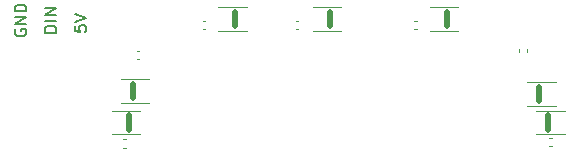
<source format=gbr>
%TF.GenerationSoftware,KiCad,Pcbnew,5.1.9-73d0e3b20d~88~ubuntu20.04.1*%
%TF.CreationDate,2021-04-06T18:29:42+02:00*%
%TF.ProjectId,AB_LED_PCB,41425f4c-4544-45f5-9043-422e6b696361,rev?*%
%TF.SameCoordinates,Original*%
%TF.FileFunction,Legend,Top*%
%TF.FilePolarity,Positive*%
%FSLAX46Y46*%
G04 Gerber Fmt 4.6, Leading zero omitted, Abs format (unit mm)*
G04 Created by KiCad (PCBNEW 5.1.9-73d0e3b20d~88~ubuntu20.04.1) date 2021-04-06 18:29:42*
%MOMM*%
%LPD*%
G01*
G04 APERTURE LIST*
%ADD10C,0.150000*%
%ADD11C,0.500000*%
%ADD12C,0.120000*%
G04 APERTURE END LIST*
D10*
X151265000Y-101345904D02*
X151217380Y-101441142D01*
X151217380Y-101584000D01*
X151265000Y-101726857D01*
X151360238Y-101822095D01*
X151455476Y-101869714D01*
X151645952Y-101917333D01*
X151788809Y-101917333D01*
X151979285Y-101869714D01*
X152074523Y-101822095D01*
X152169761Y-101726857D01*
X152217380Y-101584000D01*
X152217380Y-101488761D01*
X152169761Y-101345904D01*
X152122142Y-101298285D01*
X151788809Y-101298285D01*
X151788809Y-101488761D01*
X152217380Y-100869714D02*
X151217380Y-100869714D01*
X152217380Y-100298285D01*
X151217380Y-100298285D01*
X152217380Y-99822095D02*
X151217380Y-99822095D01*
X151217380Y-99584000D01*
X151265000Y-99441142D01*
X151360238Y-99345904D01*
X151455476Y-99298285D01*
X151645952Y-99250666D01*
X151788809Y-99250666D01*
X151979285Y-99298285D01*
X152074523Y-99345904D01*
X152169761Y-99441142D01*
X152217380Y-99584000D01*
X152217380Y-99822095D01*
X154757380Y-101607809D02*
X153757380Y-101607809D01*
X153757380Y-101369714D01*
X153805000Y-101226857D01*
X153900238Y-101131619D01*
X153995476Y-101084000D01*
X154185952Y-101036380D01*
X154328809Y-101036380D01*
X154519285Y-101084000D01*
X154614523Y-101131619D01*
X154709761Y-101226857D01*
X154757380Y-101369714D01*
X154757380Y-101607809D01*
X154757380Y-100607809D02*
X153757380Y-100607809D01*
X154757380Y-100131619D02*
X153757380Y-100131619D01*
X154757380Y-99560190D01*
X153757380Y-99560190D01*
X156297380Y-101028476D02*
X156297380Y-101504666D01*
X156773571Y-101552285D01*
X156725952Y-101504666D01*
X156678333Y-101409428D01*
X156678333Y-101171333D01*
X156725952Y-101076095D01*
X156773571Y-101028476D01*
X156868809Y-100980857D01*
X157106904Y-100980857D01*
X157202142Y-101028476D01*
X157249761Y-101076095D01*
X157297380Y-101171333D01*
X157297380Y-101409428D01*
X157249761Y-101504666D01*
X157202142Y-101552285D01*
X156297380Y-100695142D02*
X157297380Y-100361809D01*
X156297380Y-100028476D01*
D11*
%TO.C,D7*%
X169872000Y-99857000D02*
X169872000Y-101057000D01*
D12*
X170872000Y-99457000D02*
X168472000Y-99457000D01*
X170872000Y-101457000D02*
X168472000Y-101457000D01*
%TO.C,C7*%
X167366836Y-101325000D02*
X167151164Y-101325000D01*
X167366836Y-100605000D02*
X167151164Y-100605000D01*
D11*
%TO.C,D6*%
X160855000Y-108620000D02*
X160855000Y-109820000D01*
D12*
X161855000Y-108220000D02*
X159455000Y-108220000D01*
X161855000Y-110220000D02*
X159455000Y-110220000D01*
D11*
%TO.C,D5*%
X161217000Y-107153000D02*
X161217000Y-105953000D01*
D12*
X160217000Y-107553000D02*
X162617000Y-107553000D01*
X160217000Y-105553000D02*
X162617000Y-105553000D01*
%TO.C,C6*%
X161778836Y-103865000D02*
X161563164Y-103865000D01*
X161778836Y-103145000D02*
X161563164Y-103145000D01*
%TO.C,C5*%
X160420164Y-110638000D02*
X160635836Y-110638000D01*
X160420164Y-111358000D02*
X160635836Y-111358000D01*
D11*
%TO.C,D4*%
X196396000Y-109820000D02*
X196396000Y-108620000D01*
D12*
X195396000Y-110220000D02*
X197796000Y-110220000D01*
X195396000Y-108220000D02*
X197796000Y-108220000D01*
D11*
%TO.C,D3*%
X195634000Y-107407000D02*
X195634000Y-106207000D01*
D12*
X194634000Y-107807000D02*
X197034000Y-107807000D01*
X194634000Y-105807000D02*
X197034000Y-105807000D01*
D11*
%TO.C,D2*%
X187779000Y-99857000D02*
X187779000Y-101057000D01*
D12*
X188779000Y-99457000D02*
X186379000Y-99457000D01*
X188779000Y-101457000D02*
X186379000Y-101457000D01*
D11*
%TO.C,D1*%
X177873000Y-99857000D02*
X177873000Y-101057000D01*
D12*
X178873000Y-99457000D02*
X176473000Y-99457000D01*
X178873000Y-101457000D02*
X176473000Y-101457000D01*
%TO.C,C4*%
X194606500Y-103016164D02*
X194606500Y-103231836D01*
X193886500Y-103016164D02*
X193886500Y-103231836D01*
%TO.C,C3*%
X196703836Y-111231000D02*
X196488164Y-111231000D01*
X196703836Y-110511000D02*
X196488164Y-110511000D01*
%TO.C,C2*%
X175240836Y-101325000D02*
X175025164Y-101325000D01*
X175240836Y-100605000D02*
X175025164Y-100605000D01*
%TO.C,C1*%
X185273836Y-101325000D02*
X185058164Y-101325000D01*
X185273836Y-100605000D02*
X185058164Y-100605000D01*
%TD*%
M02*

</source>
